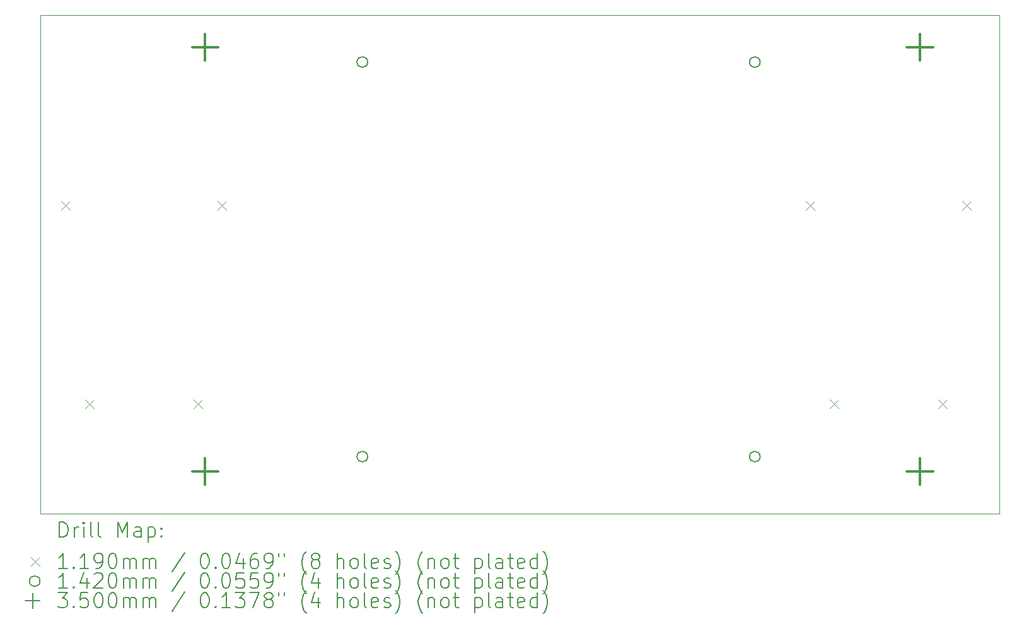
<source format=gbr>
%TF.GenerationSoftware,KiCad,Pcbnew,8.0.3-8.0.3-0~ubuntu24.04.1*%
%TF.CreationDate,2024-07-09T09:35:13+02:00*%
%TF.ProjectId,MainBoard,4d61696e-426f-4617-9264-2e6b69636164,rev?*%
%TF.SameCoordinates,Original*%
%TF.FileFunction,Drillmap*%
%TF.FilePolarity,Positive*%
%FSLAX45Y45*%
G04 Gerber Fmt 4.5, Leading zero omitted, Abs format (unit mm)*
G04 Created by KiCad (PCBNEW 8.0.3-8.0.3-0~ubuntu24.04.1) date 2024-07-09 09:35:13*
%MOMM*%
%LPD*%
G01*
G04 APERTURE LIST*
%ADD10C,0.050000*%
%ADD11C,0.200000*%
%ADD12C,0.119000*%
%ADD13C,0.142000*%
%ADD14C,0.350000*%
G04 APERTURE END LIST*
D10*
X2700000Y-4287500D02*
X15579000Y-4287500D01*
X15579000Y-10987500D01*
X2700000Y-10987500D01*
X2700000Y-4287500D01*
D11*
D12*
X2982000Y-6790500D02*
X3101000Y-6909500D01*
X3101000Y-6790500D02*
X2982000Y-6909500D01*
X3299500Y-9451500D02*
X3418500Y-9570500D01*
X3418500Y-9451500D02*
X3299500Y-9570500D01*
X4760500Y-9451500D02*
X4879500Y-9570500D01*
X4879500Y-9451500D02*
X4760500Y-9570500D01*
X5078000Y-6790500D02*
X5197000Y-6909500D01*
X5197000Y-6790500D02*
X5078000Y-6909500D01*
X12982000Y-6790500D02*
X13101000Y-6909500D01*
X13101000Y-6790500D02*
X12982000Y-6909500D01*
X13299500Y-9451500D02*
X13418500Y-9570500D01*
X13418500Y-9451500D02*
X13299500Y-9570500D01*
X14760500Y-9451500D02*
X14879500Y-9570500D01*
X14879500Y-9451500D02*
X14760500Y-9570500D01*
X15078000Y-6790500D02*
X15197000Y-6909500D01*
X15197000Y-6790500D02*
X15078000Y-6909500D01*
D13*
X7096500Y-4921000D02*
G75*
G02*
X6954500Y-4921000I-71000J0D01*
G01*
X6954500Y-4921000D02*
G75*
G02*
X7096500Y-4921000I71000J0D01*
G01*
X7096500Y-10221000D02*
G75*
G02*
X6954500Y-10221000I-71000J0D01*
G01*
X6954500Y-10221000D02*
G75*
G02*
X7096500Y-10221000I71000J0D01*
G01*
X12367500Y-4921000D02*
G75*
G02*
X12225500Y-4921000I-71000J0D01*
G01*
X12225500Y-4921000D02*
G75*
G02*
X12367500Y-4921000I71000J0D01*
G01*
X12367500Y-10221000D02*
G75*
G02*
X12225500Y-10221000I-71000J0D01*
G01*
X12225500Y-10221000D02*
G75*
G02*
X12367500Y-10221000I71000J0D01*
G01*
D14*
X4914000Y-4546000D02*
X4914000Y-4896000D01*
X4739000Y-4721000D02*
X5089000Y-4721000D01*
X4914000Y-10246000D02*
X4914000Y-10596000D01*
X4739000Y-10421000D02*
X5089000Y-10421000D01*
X14514000Y-4546000D02*
X14514000Y-4896000D01*
X14339000Y-4721000D02*
X14689000Y-4721000D01*
X14514000Y-10246000D02*
X14514000Y-10596000D01*
X14339000Y-10421000D02*
X14689000Y-10421000D01*
D11*
X2958277Y-11301484D02*
X2958277Y-11101484D01*
X2958277Y-11101484D02*
X3005896Y-11101484D01*
X3005896Y-11101484D02*
X3034467Y-11111008D01*
X3034467Y-11111008D02*
X3053515Y-11130055D01*
X3053515Y-11130055D02*
X3063039Y-11149103D01*
X3063039Y-11149103D02*
X3072562Y-11187198D01*
X3072562Y-11187198D02*
X3072562Y-11215769D01*
X3072562Y-11215769D02*
X3063039Y-11253865D01*
X3063039Y-11253865D02*
X3053515Y-11272912D01*
X3053515Y-11272912D02*
X3034467Y-11291960D01*
X3034467Y-11291960D02*
X3005896Y-11301484D01*
X3005896Y-11301484D02*
X2958277Y-11301484D01*
X3158277Y-11301484D02*
X3158277Y-11168150D01*
X3158277Y-11206246D02*
X3167801Y-11187198D01*
X3167801Y-11187198D02*
X3177324Y-11177674D01*
X3177324Y-11177674D02*
X3196372Y-11168150D01*
X3196372Y-11168150D02*
X3215420Y-11168150D01*
X3282086Y-11301484D02*
X3282086Y-11168150D01*
X3282086Y-11101484D02*
X3272562Y-11111008D01*
X3272562Y-11111008D02*
X3282086Y-11120531D01*
X3282086Y-11120531D02*
X3291610Y-11111008D01*
X3291610Y-11111008D02*
X3282086Y-11101484D01*
X3282086Y-11101484D02*
X3282086Y-11120531D01*
X3405896Y-11301484D02*
X3386848Y-11291960D01*
X3386848Y-11291960D02*
X3377324Y-11272912D01*
X3377324Y-11272912D02*
X3377324Y-11101484D01*
X3510658Y-11301484D02*
X3491610Y-11291960D01*
X3491610Y-11291960D02*
X3482086Y-11272912D01*
X3482086Y-11272912D02*
X3482086Y-11101484D01*
X3739229Y-11301484D02*
X3739229Y-11101484D01*
X3739229Y-11101484D02*
X3805896Y-11244341D01*
X3805896Y-11244341D02*
X3872562Y-11101484D01*
X3872562Y-11101484D02*
X3872562Y-11301484D01*
X4053515Y-11301484D02*
X4053515Y-11196722D01*
X4053515Y-11196722D02*
X4043991Y-11177674D01*
X4043991Y-11177674D02*
X4024943Y-11168150D01*
X4024943Y-11168150D02*
X3986848Y-11168150D01*
X3986848Y-11168150D02*
X3967801Y-11177674D01*
X4053515Y-11291960D02*
X4034467Y-11301484D01*
X4034467Y-11301484D02*
X3986848Y-11301484D01*
X3986848Y-11301484D02*
X3967801Y-11291960D01*
X3967801Y-11291960D02*
X3958277Y-11272912D01*
X3958277Y-11272912D02*
X3958277Y-11253865D01*
X3958277Y-11253865D02*
X3967801Y-11234817D01*
X3967801Y-11234817D02*
X3986848Y-11225293D01*
X3986848Y-11225293D02*
X4034467Y-11225293D01*
X4034467Y-11225293D02*
X4053515Y-11215769D01*
X4148753Y-11168150D02*
X4148753Y-11368150D01*
X4148753Y-11177674D02*
X4167801Y-11168150D01*
X4167801Y-11168150D02*
X4205896Y-11168150D01*
X4205896Y-11168150D02*
X4224944Y-11177674D01*
X4224944Y-11177674D02*
X4234467Y-11187198D01*
X4234467Y-11187198D02*
X4243991Y-11206246D01*
X4243991Y-11206246D02*
X4243991Y-11263388D01*
X4243991Y-11263388D02*
X4234467Y-11282436D01*
X4234467Y-11282436D02*
X4224944Y-11291960D01*
X4224944Y-11291960D02*
X4205896Y-11301484D01*
X4205896Y-11301484D02*
X4167801Y-11301484D01*
X4167801Y-11301484D02*
X4148753Y-11291960D01*
X4329705Y-11282436D02*
X4339229Y-11291960D01*
X4339229Y-11291960D02*
X4329705Y-11301484D01*
X4329705Y-11301484D02*
X4320182Y-11291960D01*
X4320182Y-11291960D02*
X4329705Y-11282436D01*
X4329705Y-11282436D02*
X4329705Y-11301484D01*
X4329705Y-11177674D02*
X4339229Y-11187198D01*
X4339229Y-11187198D02*
X4329705Y-11196722D01*
X4329705Y-11196722D02*
X4320182Y-11187198D01*
X4320182Y-11187198D02*
X4329705Y-11177674D01*
X4329705Y-11177674D02*
X4329705Y-11196722D01*
D12*
X2578500Y-11570500D02*
X2697500Y-11689500D01*
X2697500Y-11570500D02*
X2578500Y-11689500D01*
D11*
X3063039Y-11721484D02*
X2948753Y-11721484D01*
X3005896Y-11721484D02*
X3005896Y-11521484D01*
X3005896Y-11521484D02*
X2986848Y-11550055D01*
X2986848Y-11550055D02*
X2967801Y-11569103D01*
X2967801Y-11569103D02*
X2948753Y-11578627D01*
X3148753Y-11702436D02*
X3158277Y-11711960D01*
X3158277Y-11711960D02*
X3148753Y-11721484D01*
X3148753Y-11721484D02*
X3139229Y-11711960D01*
X3139229Y-11711960D02*
X3148753Y-11702436D01*
X3148753Y-11702436D02*
X3148753Y-11721484D01*
X3348753Y-11721484D02*
X3234467Y-11721484D01*
X3291610Y-11721484D02*
X3291610Y-11521484D01*
X3291610Y-11521484D02*
X3272562Y-11550055D01*
X3272562Y-11550055D02*
X3253515Y-11569103D01*
X3253515Y-11569103D02*
X3234467Y-11578627D01*
X3443991Y-11721484D02*
X3482086Y-11721484D01*
X3482086Y-11721484D02*
X3501134Y-11711960D01*
X3501134Y-11711960D02*
X3510658Y-11702436D01*
X3510658Y-11702436D02*
X3529705Y-11673865D01*
X3529705Y-11673865D02*
X3539229Y-11635769D01*
X3539229Y-11635769D02*
X3539229Y-11559579D01*
X3539229Y-11559579D02*
X3529705Y-11540531D01*
X3529705Y-11540531D02*
X3520182Y-11531008D01*
X3520182Y-11531008D02*
X3501134Y-11521484D01*
X3501134Y-11521484D02*
X3463039Y-11521484D01*
X3463039Y-11521484D02*
X3443991Y-11531008D01*
X3443991Y-11531008D02*
X3434467Y-11540531D01*
X3434467Y-11540531D02*
X3424943Y-11559579D01*
X3424943Y-11559579D02*
X3424943Y-11607198D01*
X3424943Y-11607198D02*
X3434467Y-11626246D01*
X3434467Y-11626246D02*
X3443991Y-11635769D01*
X3443991Y-11635769D02*
X3463039Y-11645293D01*
X3463039Y-11645293D02*
X3501134Y-11645293D01*
X3501134Y-11645293D02*
X3520182Y-11635769D01*
X3520182Y-11635769D02*
X3529705Y-11626246D01*
X3529705Y-11626246D02*
X3539229Y-11607198D01*
X3663039Y-11521484D02*
X3682086Y-11521484D01*
X3682086Y-11521484D02*
X3701134Y-11531008D01*
X3701134Y-11531008D02*
X3710658Y-11540531D01*
X3710658Y-11540531D02*
X3720182Y-11559579D01*
X3720182Y-11559579D02*
X3729705Y-11597674D01*
X3729705Y-11597674D02*
X3729705Y-11645293D01*
X3729705Y-11645293D02*
X3720182Y-11683388D01*
X3720182Y-11683388D02*
X3710658Y-11702436D01*
X3710658Y-11702436D02*
X3701134Y-11711960D01*
X3701134Y-11711960D02*
X3682086Y-11721484D01*
X3682086Y-11721484D02*
X3663039Y-11721484D01*
X3663039Y-11721484D02*
X3643991Y-11711960D01*
X3643991Y-11711960D02*
X3634467Y-11702436D01*
X3634467Y-11702436D02*
X3624943Y-11683388D01*
X3624943Y-11683388D02*
X3615420Y-11645293D01*
X3615420Y-11645293D02*
X3615420Y-11597674D01*
X3615420Y-11597674D02*
X3624943Y-11559579D01*
X3624943Y-11559579D02*
X3634467Y-11540531D01*
X3634467Y-11540531D02*
X3643991Y-11531008D01*
X3643991Y-11531008D02*
X3663039Y-11521484D01*
X3815420Y-11721484D02*
X3815420Y-11588150D01*
X3815420Y-11607198D02*
X3824943Y-11597674D01*
X3824943Y-11597674D02*
X3843991Y-11588150D01*
X3843991Y-11588150D02*
X3872563Y-11588150D01*
X3872563Y-11588150D02*
X3891610Y-11597674D01*
X3891610Y-11597674D02*
X3901134Y-11616722D01*
X3901134Y-11616722D02*
X3901134Y-11721484D01*
X3901134Y-11616722D02*
X3910658Y-11597674D01*
X3910658Y-11597674D02*
X3929705Y-11588150D01*
X3929705Y-11588150D02*
X3958277Y-11588150D01*
X3958277Y-11588150D02*
X3977324Y-11597674D01*
X3977324Y-11597674D02*
X3986848Y-11616722D01*
X3986848Y-11616722D02*
X3986848Y-11721484D01*
X4082086Y-11721484D02*
X4082086Y-11588150D01*
X4082086Y-11607198D02*
X4091610Y-11597674D01*
X4091610Y-11597674D02*
X4110658Y-11588150D01*
X4110658Y-11588150D02*
X4139229Y-11588150D01*
X4139229Y-11588150D02*
X4158277Y-11597674D01*
X4158277Y-11597674D02*
X4167801Y-11616722D01*
X4167801Y-11616722D02*
X4167801Y-11721484D01*
X4167801Y-11616722D02*
X4177324Y-11597674D01*
X4177324Y-11597674D02*
X4196372Y-11588150D01*
X4196372Y-11588150D02*
X4224944Y-11588150D01*
X4224944Y-11588150D02*
X4243991Y-11597674D01*
X4243991Y-11597674D02*
X4253515Y-11616722D01*
X4253515Y-11616722D02*
X4253515Y-11721484D01*
X4643991Y-11511960D02*
X4472563Y-11769103D01*
X4901134Y-11521484D02*
X4920182Y-11521484D01*
X4920182Y-11521484D02*
X4939229Y-11531008D01*
X4939229Y-11531008D02*
X4948753Y-11540531D01*
X4948753Y-11540531D02*
X4958277Y-11559579D01*
X4958277Y-11559579D02*
X4967801Y-11597674D01*
X4967801Y-11597674D02*
X4967801Y-11645293D01*
X4967801Y-11645293D02*
X4958277Y-11683388D01*
X4958277Y-11683388D02*
X4948753Y-11702436D01*
X4948753Y-11702436D02*
X4939229Y-11711960D01*
X4939229Y-11711960D02*
X4920182Y-11721484D01*
X4920182Y-11721484D02*
X4901134Y-11721484D01*
X4901134Y-11721484D02*
X4882087Y-11711960D01*
X4882087Y-11711960D02*
X4872563Y-11702436D01*
X4872563Y-11702436D02*
X4863039Y-11683388D01*
X4863039Y-11683388D02*
X4853515Y-11645293D01*
X4853515Y-11645293D02*
X4853515Y-11597674D01*
X4853515Y-11597674D02*
X4863039Y-11559579D01*
X4863039Y-11559579D02*
X4872563Y-11540531D01*
X4872563Y-11540531D02*
X4882087Y-11531008D01*
X4882087Y-11531008D02*
X4901134Y-11521484D01*
X5053515Y-11702436D02*
X5063039Y-11711960D01*
X5063039Y-11711960D02*
X5053515Y-11721484D01*
X5053515Y-11721484D02*
X5043991Y-11711960D01*
X5043991Y-11711960D02*
X5053515Y-11702436D01*
X5053515Y-11702436D02*
X5053515Y-11721484D01*
X5186848Y-11521484D02*
X5205896Y-11521484D01*
X5205896Y-11521484D02*
X5224944Y-11531008D01*
X5224944Y-11531008D02*
X5234468Y-11540531D01*
X5234468Y-11540531D02*
X5243991Y-11559579D01*
X5243991Y-11559579D02*
X5253515Y-11597674D01*
X5253515Y-11597674D02*
X5253515Y-11645293D01*
X5253515Y-11645293D02*
X5243991Y-11683388D01*
X5243991Y-11683388D02*
X5234468Y-11702436D01*
X5234468Y-11702436D02*
X5224944Y-11711960D01*
X5224944Y-11711960D02*
X5205896Y-11721484D01*
X5205896Y-11721484D02*
X5186848Y-11721484D01*
X5186848Y-11721484D02*
X5167801Y-11711960D01*
X5167801Y-11711960D02*
X5158277Y-11702436D01*
X5158277Y-11702436D02*
X5148753Y-11683388D01*
X5148753Y-11683388D02*
X5139229Y-11645293D01*
X5139229Y-11645293D02*
X5139229Y-11597674D01*
X5139229Y-11597674D02*
X5148753Y-11559579D01*
X5148753Y-11559579D02*
X5158277Y-11540531D01*
X5158277Y-11540531D02*
X5167801Y-11531008D01*
X5167801Y-11531008D02*
X5186848Y-11521484D01*
X5424944Y-11588150D02*
X5424944Y-11721484D01*
X5377325Y-11511960D02*
X5329706Y-11654817D01*
X5329706Y-11654817D02*
X5453515Y-11654817D01*
X5615420Y-11521484D02*
X5577325Y-11521484D01*
X5577325Y-11521484D02*
X5558277Y-11531008D01*
X5558277Y-11531008D02*
X5548753Y-11540531D01*
X5548753Y-11540531D02*
X5529706Y-11569103D01*
X5529706Y-11569103D02*
X5520182Y-11607198D01*
X5520182Y-11607198D02*
X5520182Y-11683388D01*
X5520182Y-11683388D02*
X5529706Y-11702436D01*
X5529706Y-11702436D02*
X5539229Y-11711960D01*
X5539229Y-11711960D02*
X5558277Y-11721484D01*
X5558277Y-11721484D02*
X5596372Y-11721484D01*
X5596372Y-11721484D02*
X5615420Y-11711960D01*
X5615420Y-11711960D02*
X5624944Y-11702436D01*
X5624944Y-11702436D02*
X5634467Y-11683388D01*
X5634467Y-11683388D02*
X5634467Y-11635769D01*
X5634467Y-11635769D02*
X5624944Y-11616722D01*
X5624944Y-11616722D02*
X5615420Y-11607198D01*
X5615420Y-11607198D02*
X5596372Y-11597674D01*
X5596372Y-11597674D02*
X5558277Y-11597674D01*
X5558277Y-11597674D02*
X5539229Y-11607198D01*
X5539229Y-11607198D02*
X5529706Y-11616722D01*
X5529706Y-11616722D02*
X5520182Y-11635769D01*
X5729706Y-11721484D02*
X5767801Y-11721484D01*
X5767801Y-11721484D02*
X5786848Y-11711960D01*
X5786848Y-11711960D02*
X5796372Y-11702436D01*
X5796372Y-11702436D02*
X5815420Y-11673865D01*
X5815420Y-11673865D02*
X5824944Y-11635769D01*
X5824944Y-11635769D02*
X5824944Y-11559579D01*
X5824944Y-11559579D02*
X5815420Y-11540531D01*
X5815420Y-11540531D02*
X5805896Y-11531008D01*
X5805896Y-11531008D02*
X5786848Y-11521484D01*
X5786848Y-11521484D02*
X5748753Y-11521484D01*
X5748753Y-11521484D02*
X5729706Y-11531008D01*
X5729706Y-11531008D02*
X5720182Y-11540531D01*
X5720182Y-11540531D02*
X5710658Y-11559579D01*
X5710658Y-11559579D02*
X5710658Y-11607198D01*
X5710658Y-11607198D02*
X5720182Y-11626246D01*
X5720182Y-11626246D02*
X5729706Y-11635769D01*
X5729706Y-11635769D02*
X5748753Y-11645293D01*
X5748753Y-11645293D02*
X5786848Y-11645293D01*
X5786848Y-11645293D02*
X5805896Y-11635769D01*
X5805896Y-11635769D02*
X5815420Y-11626246D01*
X5815420Y-11626246D02*
X5824944Y-11607198D01*
X5901134Y-11521484D02*
X5901134Y-11559579D01*
X5977325Y-11521484D02*
X5977325Y-11559579D01*
X6272563Y-11797674D02*
X6263039Y-11788150D01*
X6263039Y-11788150D02*
X6243991Y-11759579D01*
X6243991Y-11759579D02*
X6234468Y-11740531D01*
X6234468Y-11740531D02*
X6224944Y-11711960D01*
X6224944Y-11711960D02*
X6215420Y-11664341D01*
X6215420Y-11664341D02*
X6215420Y-11626246D01*
X6215420Y-11626246D02*
X6224944Y-11578627D01*
X6224944Y-11578627D02*
X6234468Y-11550055D01*
X6234468Y-11550055D02*
X6243991Y-11531008D01*
X6243991Y-11531008D02*
X6263039Y-11502436D01*
X6263039Y-11502436D02*
X6272563Y-11492912D01*
X6377325Y-11607198D02*
X6358277Y-11597674D01*
X6358277Y-11597674D02*
X6348753Y-11588150D01*
X6348753Y-11588150D02*
X6339229Y-11569103D01*
X6339229Y-11569103D02*
X6339229Y-11559579D01*
X6339229Y-11559579D02*
X6348753Y-11540531D01*
X6348753Y-11540531D02*
X6358277Y-11531008D01*
X6358277Y-11531008D02*
X6377325Y-11521484D01*
X6377325Y-11521484D02*
X6415420Y-11521484D01*
X6415420Y-11521484D02*
X6434468Y-11531008D01*
X6434468Y-11531008D02*
X6443991Y-11540531D01*
X6443991Y-11540531D02*
X6453515Y-11559579D01*
X6453515Y-11559579D02*
X6453515Y-11569103D01*
X6453515Y-11569103D02*
X6443991Y-11588150D01*
X6443991Y-11588150D02*
X6434468Y-11597674D01*
X6434468Y-11597674D02*
X6415420Y-11607198D01*
X6415420Y-11607198D02*
X6377325Y-11607198D01*
X6377325Y-11607198D02*
X6358277Y-11616722D01*
X6358277Y-11616722D02*
X6348753Y-11626246D01*
X6348753Y-11626246D02*
X6339229Y-11645293D01*
X6339229Y-11645293D02*
X6339229Y-11683388D01*
X6339229Y-11683388D02*
X6348753Y-11702436D01*
X6348753Y-11702436D02*
X6358277Y-11711960D01*
X6358277Y-11711960D02*
X6377325Y-11721484D01*
X6377325Y-11721484D02*
X6415420Y-11721484D01*
X6415420Y-11721484D02*
X6434468Y-11711960D01*
X6434468Y-11711960D02*
X6443991Y-11702436D01*
X6443991Y-11702436D02*
X6453515Y-11683388D01*
X6453515Y-11683388D02*
X6453515Y-11645293D01*
X6453515Y-11645293D02*
X6443991Y-11626246D01*
X6443991Y-11626246D02*
X6434468Y-11616722D01*
X6434468Y-11616722D02*
X6415420Y-11607198D01*
X6691610Y-11721484D02*
X6691610Y-11521484D01*
X6777325Y-11721484D02*
X6777325Y-11616722D01*
X6777325Y-11616722D02*
X6767801Y-11597674D01*
X6767801Y-11597674D02*
X6748753Y-11588150D01*
X6748753Y-11588150D02*
X6720182Y-11588150D01*
X6720182Y-11588150D02*
X6701134Y-11597674D01*
X6701134Y-11597674D02*
X6691610Y-11607198D01*
X6901134Y-11721484D02*
X6882087Y-11711960D01*
X6882087Y-11711960D02*
X6872563Y-11702436D01*
X6872563Y-11702436D02*
X6863039Y-11683388D01*
X6863039Y-11683388D02*
X6863039Y-11626246D01*
X6863039Y-11626246D02*
X6872563Y-11607198D01*
X6872563Y-11607198D02*
X6882087Y-11597674D01*
X6882087Y-11597674D02*
X6901134Y-11588150D01*
X6901134Y-11588150D02*
X6929706Y-11588150D01*
X6929706Y-11588150D02*
X6948753Y-11597674D01*
X6948753Y-11597674D02*
X6958277Y-11607198D01*
X6958277Y-11607198D02*
X6967801Y-11626246D01*
X6967801Y-11626246D02*
X6967801Y-11683388D01*
X6967801Y-11683388D02*
X6958277Y-11702436D01*
X6958277Y-11702436D02*
X6948753Y-11711960D01*
X6948753Y-11711960D02*
X6929706Y-11721484D01*
X6929706Y-11721484D02*
X6901134Y-11721484D01*
X7082087Y-11721484D02*
X7063039Y-11711960D01*
X7063039Y-11711960D02*
X7053515Y-11692912D01*
X7053515Y-11692912D02*
X7053515Y-11521484D01*
X7234468Y-11711960D02*
X7215420Y-11721484D01*
X7215420Y-11721484D02*
X7177325Y-11721484D01*
X7177325Y-11721484D02*
X7158277Y-11711960D01*
X7158277Y-11711960D02*
X7148753Y-11692912D01*
X7148753Y-11692912D02*
X7148753Y-11616722D01*
X7148753Y-11616722D02*
X7158277Y-11597674D01*
X7158277Y-11597674D02*
X7177325Y-11588150D01*
X7177325Y-11588150D02*
X7215420Y-11588150D01*
X7215420Y-11588150D02*
X7234468Y-11597674D01*
X7234468Y-11597674D02*
X7243991Y-11616722D01*
X7243991Y-11616722D02*
X7243991Y-11635769D01*
X7243991Y-11635769D02*
X7148753Y-11654817D01*
X7320182Y-11711960D02*
X7339230Y-11721484D01*
X7339230Y-11721484D02*
X7377325Y-11721484D01*
X7377325Y-11721484D02*
X7396372Y-11711960D01*
X7396372Y-11711960D02*
X7405896Y-11692912D01*
X7405896Y-11692912D02*
X7405896Y-11683388D01*
X7405896Y-11683388D02*
X7396372Y-11664341D01*
X7396372Y-11664341D02*
X7377325Y-11654817D01*
X7377325Y-11654817D02*
X7348753Y-11654817D01*
X7348753Y-11654817D02*
X7329706Y-11645293D01*
X7329706Y-11645293D02*
X7320182Y-11626246D01*
X7320182Y-11626246D02*
X7320182Y-11616722D01*
X7320182Y-11616722D02*
X7329706Y-11597674D01*
X7329706Y-11597674D02*
X7348753Y-11588150D01*
X7348753Y-11588150D02*
X7377325Y-11588150D01*
X7377325Y-11588150D02*
X7396372Y-11597674D01*
X7472563Y-11797674D02*
X7482087Y-11788150D01*
X7482087Y-11788150D02*
X7501134Y-11759579D01*
X7501134Y-11759579D02*
X7510658Y-11740531D01*
X7510658Y-11740531D02*
X7520182Y-11711960D01*
X7520182Y-11711960D02*
X7529706Y-11664341D01*
X7529706Y-11664341D02*
X7529706Y-11626246D01*
X7529706Y-11626246D02*
X7520182Y-11578627D01*
X7520182Y-11578627D02*
X7510658Y-11550055D01*
X7510658Y-11550055D02*
X7501134Y-11531008D01*
X7501134Y-11531008D02*
X7482087Y-11502436D01*
X7482087Y-11502436D02*
X7472563Y-11492912D01*
X7834468Y-11797674D02*
X7824944Y-11788150D01*
X7824944Y-11788150D02*
X7805896Y-11759579D01*
X7805896Y-11759579D02*
X7796372Y-11740531D01*
X7796372Y-11740531D02*
X7786849Y-11711960D01*
X7786849Y-11711960D02*
X7777325Y-11664341D01*
X7777325Y-11664341D02*
X7777325Y-11626246D01*
X7777325Y-11626246D02*
X7786849Y-11578627D01*
X7786849Y-11578627D02*
X7796372Y-11550055D01*
X7796372Y-11550055D02*
X7805896Y-11531008D01*
X7805896Y-11531008D02*
X7824944Y-11502436D01*
X7824944Y-11502436D02*
X7834468Y-11492912D01*
X7910658Y-11588150D02*
X7910658Y-11721484D01*
X7910658Y-11607198D02*
X7920182Y-11597674D01*
X7920182Y-11597674D02*
X7939230Y-11588150D01*
X7939230Y-11588150D02*
X7967801Y-11588150D01*
X7967801Y-11588150D02*
X7986849Y-11597674D01*
X7986849Y-11597674D02*
X7996372Y-11616722D01*
X7996372Y-11616722D02*
X7996372Y-11721484D01*
X8120182Y-11721484D02*
X8101134Y-11711960D01*
X8101134Y-11711960D02*
X8091611Y-11702436D01*
X8091611Y-11702436D02*
X8082087Y-11683388D01*
X8082087Y-11683388D02*
X8082087Y-11626246D01*
X8082087Y-11626246D02*
X8091611Y-11607198D01*
X8091611Y-11607198D02*
X8101134Y-11597674D01*
X8101134Y-11597674D02*
X8120182Y-11588150D01*
X8120182Y-11588150D02*
X8148753Y-11588150D01*
X8148753Y-11588150D02*
X8167801Y-11597674D01*
X8167801Y-11597674D02*
X8177325Y-11607198D01*
X8177325Y-11607198D02*
X8186849Y-11626246D01*
X8186849Y-11626246D02*
X8186849Y-11683388D01*
X8186849Y-11683388D02*
X8177325Y-11702436D01*
X8177325Y-11702436D02*
X8167801Y-11711960D01*
X8167801Y-11711960D02*
X8148753Y-11721484D01*
X8148753Y-11721484D02*
X8120182Y-11721484D01*
X8243992Y-11588150D02*
X8320182Y-11588150D01*
X8272563Y-11521484D02*
X8272563Y-11692912D01*
X8272563Y-11692912D02*
X8282087Y-11711960D01*
X8282087Y-11711960D02*
X8301134Y-11721484D01*
X8301134Y-11721484D02*
X8320182Y-11721484D01*
X8539230Y-11588150D02*
X8539230Y-11788150D01*
X8539230Y-11597674D02*
X8558277Y-11588150D01*
X8558277Y-11588150D02*
X8596373Y-11588150D01*
X8596373Y-11588150D02*
X8615420Y-11597674D01*
X8615420Y-11597674D02*
X8624944Y-11607198D01*
X8624944Y-11607198D02*
X8634468Y-11626246D01*
X8634468Y-11626246D02*
X8634468Y-11683388D01*
X8634468Y-11683388D02*
X8624944Y-11702436D01*
X8624944Y-11702436D02*
X8615420Y-11711960D01*
X8615420Y-11711960D02*
X8596373Y-11721484D01*
X8596373Y-11721484D02*
X8558277Y-11721484D01*
X8558277Y-11721484D02*
X8539230Y-11711960D01*
X8748754Y-11721484D02*
X8729706Y-11711960D01*
X8729706Y-11711960D02*
X8720182Y-11692912D01*
X8720182Y-11692912D02*
X8720182Y-11521484D01*
X8910658Y-11721484D02*
X8910658Y-11616722D01*
X8910658Y-11616722D02*
X8901135Y-11597674D01*
X8901135Y-11597674D02*
X8882087Y-11588150D01*
X8882087Y-11588150D02*
X8843992Y-11588150D01*
X8843992Y-11588150D02*
X8824944Y-11597674D01*
X8910658Y-11711960D02*
X8891611Y-11721484D01*
X8891611Y-11721484D02*
X8843992Y-11721484D01*
X8843992Y-11721484D02*
X8824944Y-11711960D01*
X8824944Y-11711960D02*
X8815420Y-11692912D01*
X8815420Y-11692912D02*
X8815420Y-11673865D01*
X8815420Y-11673865D02*
X8824944Y-11654817D01*
X8824944Y-11654817D02*
X8843992Y-11645293D01*
X8843992Y-11645293D02*
X8891611Y-11645293D01*
X8891611Y-11645293D02*
X8910658Y-11635769D01*
X8977325Y-11588150D02*
X9053515Y-11588150D01*
X9005896Y-11521484D02*
X9005896Y-11692912D01*
X9005896Y-11692912D02*
X9015420Y-11711960D01*
X9015420Y-11711960D02*
X9034468Y-11721484D01*
X9034468Y-11721484D02*
X9053515Y-11721484D01*
X9196373Y-11711960D02*
X9177325Y-11721484D01*
X9177325Y-11721484D02*
X9139230Y-11721484D01*
X9139230Y-11721484D02*
X9120182Y-11711960D01*
X9120182Y-11711960D02*
X9110658Y-11692912D01*
X9110658Y-11692912D02*
X9110658Y-11616722D01*
X9110658Y-11616722D02*
X9120182Y-11597674D01*
X9120182Y-11597674D02*
X9139230Y-11588150D01*
X9139230Y-11588150D02*
X9177325Y-11588150D01*
X9177325Y-11588150D02*
X9196373Y-11597674D01*
X9196373Y-11597674D02*
X9205896Y-11616722D01*
X9205896Y-11616722D02*
X9205896Y-11635769D01*
X9205896Y-11635769D02*
X9110658Y-11654817D01*
X9377325Y-11721484D02*
X9377325Y-11521484D01*
X9377325Y-11711960D02*
X9358277Y-11721484D01*
X9358277Y-11721484D02*
X9320182Y-11721484D01*
X9320182Y-11721484D02*
X9301135Y-11711960D01*
X9301135Y-11711960D02*
X9291611Y-11702436D01*
X9291611Y-11702436D02*
X9282087Y-11683388D01*
X9282087Y-11683388D02*
X9282087Y-11626246D01*
X9282087Y-11626246D02*
X9291611Y-11607198D01*
X9291611Y-11607198D02*
X9301135Y-11597674D01*
X9301135Y-11597674D02*
X9320182Y-11588150D01*
X9320182Y-11588150D02*
X9358277Y-11588150D01*
X9358277Y-11588150D02*
X9377325Y-11597674D01*
X9453516Y-11797674D02*
X9463039Y-11788150D01*
X9463039Y-11788150D02*
X9482087Y-11759579D01*
X9482087Y-11759579D02*
X9491611Y-11740531D01*
X9491611Y-11740531D02*
X9501135Y-11711960D01*
X9501135Y-11711960D02*
X9510658Y-11664341D01*
X9510658Y-11664341D02*
X9510658Y-11626246D01*
X9510658Y-11626246D02*
X9501135Y-11578627D01*
X9501135Y-11578627D02*
X9491611Y-11550055D01*
X9491611Y-11550055D02*
X9482087Y-11531008D01*
X9482087Y-11531008D02*
X9463039Y-11502436D01*
X9463039Y-11502436D02*
X9453516Y-11492912D01*
D13*
X2697500Y-11894000D02*
G75*
G02*
X2555500Y-11894000I-71000J0D01*
G01*
X2555500Y-11894000D02*
G75*
G02*
X2697500Y-11894000I71000J0D01*
G01*
D11*
X3063039Y-11985484D02*
X2948753Y-11985484D01*
X3005896Y-11985484D02*
X3005896Y-11785484D01*
X3005896Y-11785484D02*
X2986848Y-11814055D01*
X2986848Y-11814055D02*
X2967801Y-11833103D01*
X2967801Y-11833103D02*
X2948753Y-11842627D01*
X3148753Y-11966436D02*
X3158277Y-11975960D01*
X3158277Y-11975960D02*
X3148753Y-11985484D01*
X3148753Y-11985484D02*
X3139229Y-11975960D01*
X3139229Y-11975960D02*
X3148753Y-11966436D01*
X3148753Y-11966436D02*
X3148753Y-11985484D01*
X3329705Y-11852150D02*
X3329705Y-11985484D01*
X3282086Y-11775960D02*
X3234467Y-11918817D01*
X3234467Y-11918817D02*
X3358277Y-11918817D01*
X3424943Y-11804531D02*
X3434467Y-11795008D01*
X3434467Y-11795008D02*
X3453515Y-11785484D01*
X3453515Y-11785484D02*
X3501134Y-11785484D01*
X3501134Y-11785484D02*
X3520182Y-11795008D01*
X3520182Y-11795008D02*
X3529705Y-11804531D01*
X3529705Y-11804531D02*
X3539229Y-11823579D01*
X3539229Y-11823579D02*
X3539229Y-11842627D01*
X3539229Y-11842627D02*
X3529705Y-11871198D01*
X3529705Y-11871198D02*
X3415420Y-11985484D01*
X3415420Y-11985484D02*
X3539229Y-11985484D01*
X3663039Y-11785484D02*
X3682086Y-11785484D01*
X3682086Y-11785484D02*
X3701134Y-11795008D01*
X3701134Y-11795008D02*
X3710658Y-11804531D01*
X3710658Y-11804531D02*
X3720182Y-11823579D01*
X3720182Y-11823579D02*
X3729705Y-11861674D01*
X3729705Y-11861674D02*
X3729705Y-11909293D01*
X3729705Y-11909293D02*
X3720182Y-11947388D01*
X3720182Y-11947388D02*
X3710658Y-11966436D01*
X3710658Y-11966436D02*
X3701134Y-11975960D01*
X3701134Y-11975960D02*
X3682086Y-11985484D01*
X3682086Y-11985484D02*
X3663039Y-11985484D01*
X3663039Y-11985484D02*
X3643991Y-11975960D01*
X3643991Y-11975960D02*
X3634467Y-11966436D01*
X3634467Y-11966436D02*
X3624943Y-11947388D01*
X3624943Y-11947388D02*
X3615420Y-11909293D01*
X3615420Y-11909293D02*
X3615420Y-11861674D01*
X3615420Y-11861674D02*
X3624943Y-11823579D01*
X3624943Y-11823579D02*
X3634467Y-11804531D01*
X3634467Y-11804531D02*
X3643991Y-11795008D01*
X3643991Y-11795008D02*
X3663039Y-11785484D01*
X3815420Y-11985484D02*
X3815420Y-11852150D01*
X3815420Y-11871198D02*
X3824943Y-11861674D01*
X3824943Y-11861674D02*
X3843991Y-11852150D01*
X3843991Y-11852150D02*
X3872563Y-11852150D01*
X3872563Y-11852150D02*
X3891610Y-11861674D01*
X3891610Y-11861674D02*
X3901134Y-11880722D01*
X3901134Y-11880722D02*
X3901134Y-11985484D01*
X3901134Y-11880722D02*
X3910658Y-11861674D01*
X3910658Y-11861674D02*
X3929705Y-11852150D01*
X3929705Y-11852150D02*
X3958277Y-11852150D01*
X3958277Y-11852150D02*
X3977324Y-11861674D01*
X3977324Y-11861674D02*
X3986848Y-11880722D01*
X3986848Y-11880722D02*
X3986848Y-11985484D01*
X4082086Y-11985484D02*
X4082086Y-11852150D01*
X4082086Y-11871198D02*
X4091610Y-11861674D01*
X4091610Y-11861674D02*
X4110658Y-11852150D01*
X4110658Y-11852150D02*
X4139229Y-11852150D01*
X4139229Y-11852150D02*
X4158277Y-11861674D01*
X4158277Y-11861674D02*
X4167801Y-11880722D01*
X4167801Y-11880722D02*
X4167801Y-11985484D01*
X4167801Y-11880722D02*
X4177324Y-11861674D01*
X4177324Y-11861674D02*
X4196372Y-11852150D01*
X4196372Y-11852150D02*
X4224944Y-11852150D01*
X4224944Y-11852150D02*
X4243991Y-11861674D01*
X4243991Y-11861674D02*
X4253515Y-11880722D01*
X4253515Y-11880722D02*
X4253515Y-11985484D01*
X4643991Y-11775960D02*
X4472563Y-12033103D01*
X4901134Y-11785484D02*
X4920182Y-11785484D01*
X4920182Y-11785484D02*
X4939229Y-11795008D01*
X4939229Y-11795008D02*
X4948753Y-11804531D01*
X4948753Y-11804531D02*
X4958277Y-11823579D01*
X4958277Y-11823579D02*
X4967801Y-11861674D01*
X4967801Y-11861674D02*
X4967801Y-11909293D01*
X4967801Y-11909293D02*
X4958277Y-11947388D01*
X4958277Y-11947388D02*
X4948753Y-11966436D01*
X4948753Y-11966436D02*
X4939229Y-11975960D01*
X4939229Y-11975960D02*
X4920182Y-11985484D01*
X4920182Y-11985484D02*
X4901134Y-11985484D01*
X4901134Y-11985484D02*
X4882087Y-11975960D01*
X4882087Y-11975960D02*
X4872563Y-11966436D01*
X4872563Y-11966436D02*
X4863039Y-11947388D01*
X4863039Y-11947388D02*
X4853515Y-11909293D01*
X4853515Y-11909293D02*
X4853515Y-11861674D01*
X4853515Y-11861674D02*
X4863039Y-11823579D01*
X4863039Y-11823579D02*
X4872563Y-11804531D01*
X4872563Y-11804531D02*
X4882087Y-11795008D01*
X4882087Y-11795008D02*
X4901134Y-11785484D01*
X5053515Y-11966436D02*
X5063039Y-11975960D01*
X5063039Y-11975960D02*
X5053515Y-11985484D01*
X5053515Y-11985484D02*
X5043991Y-11975960D01*
X5043991Y-11975960D02*
X5053515Y-11966436D01*
X5053515Y-11966436D02*
X5053515Y-11985484D01*
X5186848Y-11785484D02*
X5205896Y-11785484D01*
X5205896Y-11785484D02*
X5224944Y-11795008D01*
X5224944Y-11795008D02*
X5234468Y-11804531D01*
X5234468Y-11804531D02*
X5243991Y-11823579D01*
X5243991Y-11823579D02*
X5253515Y-11861674D01*
X5253515Y-11861674D02*
X5253515Y-11909293D01*
X5253515Y-11909293D02*
X5243991Y-11947388D01*
X5243991Y-11947388D02*
X5234468Y-11966436D01*
X5234468Y-11966436D02*
X5224944Y-11975960D01*
X5224944Y-11975960D02*
X5205896Y-11985484D01*
X5205896Y-11985484D02*
X5186848Y-11985484D01*
X5186848Y-11985484D02*
X5167801Y-11975960D01*
X5167801Y-11975960D02*
X5158277Y-11966436D01*
X5158277Y-11966436D02*
X5148753Y-11947388D01*
X5148753Y-11947388D02*
X5139229Y-11909293D01*
X5139229Y-11909293D02*
X5139229Y-11861674D01*
X5139229Y-11861674D02*
X5148753Y-11823579D01*
X5148753Y-11823579D02*
X5158277Y-11804531D01*
X5158277Y-11804531D02*
X5167801Y-11795008D01*
X5167801Y-11795008D02*
X5186848Y-11785484D01*
X5434468Y-11785484D02*
X5339229Y-11785484D01*
X5339229Y-11785484D02*
X5329706Y-11880722D01*
X5329706Y-11880722D02*
X5339229Y-11871198D01*
X5339229Y-11871198D02*
X5358277Y-11861674D01*
X5358277Y-11861674D02*
X5405896Y-11861674D01*
X5405896Y-11861674D02*
X5424944Y-11871198D01*
X5424944Y-11871198D02*
X5434468Y-11880722D01*
X5434468Y-11880722D02*
X5443991Y-11899769D01*
X5443991Y-11899769D02*
X5443991Y-11947388D01*
X5443991Y-11947388D02*
X5434468Y-11966436D01*
X5434468Y-11966436D02*
X5424944Y-11975960D01*
X5424944Y-11975960D02*
X5405896Y-11985484D01*
X5405896Y-11985484D02*
X5358277Y-11985484D01*
X5358277Y-11985484D02*
X5339229Y-11975960D01*
X5339229Y-11975960D02*
X5329706Y-11966436D01*
X5624944Y-11785484D02*
X5529706Y-11785484D01*
X5529706Y-11785484D02*
X5520182Y-11880722D01*
X5520182Y-11880722D02*
X5529706Y-11871198D01*
X5529706Y-11871198D02*
X5548753Y-11861674D01*
X5548753Y-11861674D02*
X5596372Y-11861674D01*
X5596372Y-11861674D02*
X5615420Y-11871198D01*
X5615420Y-11871198D02*
X5624944Y-11880722D01*
X5624944Y-11880722D02*
X5634467Y-11899769D01*
X5634467Y-11899769D02*
X5634467Y-11947388D01*
X5634467Y-11947388D02*
X5624944Y-11966436D01*
X5624944Y-11966436D02*
X5615420Y-11975960D01*
X5615420Y-11975960D02*
X5596372Y-11985484D01*
X5596372Y-11985484D02*
X5548753Y-11985484D01*
X5548753Y-11985484D02*
X5529706Y-11975960D01*
X5529706Y-11975960D02*
X5520182Y-11966436D01*
X5729706Y-11985484D02*
X5767801Y-11985484D01*
X5767801Y-11985484D02*
X5786848Y-11975960D01*
X5786848Y-11975960D02*
X5796372Y-11966436D01*
X5796372Y-11966436D02*
X5815420Y-11937865D01*
X5815420Y-11937865D02*
X5824944Y-11899769D01*
X5824944Y-11899769D02*
X5824944Y-11823579D01*
X5824944Y-11823579D02*
X5815420Y-11804531D01*
X5815420Y-11804531D02*
X5805896Y-11795008D01*
X5805896Y-11795008D02*
X5786848Y-11785484D01*
X5786848Y-11785484D02*
X5748753Y-11785484D01*
X5748753Y-11785484D02*
X5729706Y-11795008D01*
X5729706Y-11795008D02*
X5720182Y-11804531D01*
X5720182Y-11804531D02*
X5710658Y-11823579D01*
X5710658Y-11823579D02*
X5710658Y-11871198D01*
X5710658Y-11871198D02*
X5720182Y-11890246D01*
X5720182Y-11890246D02*
X5729706Y-11899769D01*
X5729706Y-11899769D02*
X5748753Y-11909293D01*
X5748753Y-11909293D02*
X5786848Y-11909293D01*
X5786848Y-11909293D02*
X5805896Y-11899769D01*
X5805896Y-11899769D02*
X5815420Y-11890246D01*
X5815420Y-11890246D02*
X5824944Y-11871198D01*
X5901134Y-11785484D02*
X5901134Y-11823579D01*
X5977325Y-11785484D02*
X5977325Y-11823579D01*
X6272563Y-12061674D02*
X6263039Y-12052150D01*
X6263039Y-12052150D02*
X6243991Y-12023579D01*
X6243991Y-12023579D02*
X6234468Y-12004531D01*
X6234468Y-12004531D02*
X6224944Y-11975960D01*
X6224944Y-11975960D02*
X6215420Y-11928341D01*
X6215420Y-11928341D02*
X6215420Y-11890246D01*
X6215420Y-11890246D02*
X6224944Y-11842627D01*
X6224944Y-11842627D02*
X6234468Y-11814055D01*
X6234468Y-11814055D02*
X6243991Y-11795008D01*
X6243991Y-11795008D02*
X6263039Y-11766436D01*
X6263039Y-11766436D02*
X6272563Y-11756912D01*
X6434468Y-11852150D02*
X6434468Y-11985484D01*
X6386848Y-11775960D02*
X6339229Y-11918817D01*
X6339229Y-11918817D02*
X6463039Y-11918817D01*
X6691610Y-11985484D02*
X6691610Y-11785484D01*
X6777325Y-11985484D02*
X6777325Y-11880722D01*
X6777325Y-11880722D02*
X6767801Y-11861674D01*
X6767801Y-11861674D02*
X6748753Y-11852150D01*
X6748753Y-11852150D02*
X6720182Y-11852150D01*
X6720182Y-11852150D02*
X6701134Y-11861674D01*
X6701134Y-11861674D02*
X6691610Y-11871198D01*
X6901134Y-11985484D02*
X6882087Y-11975960D01*
X6882087Y-11975960D02*
X6872563Y-11966436D01*
X6872563Y-11966436D02*
X6863039Y-11947388D01*
X6863039Y-11947388D02*
X6863039Y-11890246D01*
X6863039Y-11890246D02*
X6872563Y-11871198D01*
X6872563Y-11871198D02*
X6882087Y-11861674D01*
X6882087Y-11861674D02*
X6901134Y-11852150D01*
X6901134Y-11852150D02*
X6929706Y-11852150D01*
X6929706Y-11852150D02*
X6948753Y-11861674D01*
X6948753Y-11861674D02*
X6958277Y-11871198D01*
X6958277Y-11871198D02*
X6967801Y-11890246D01*
X6967801Y-11890246D02*
X6967801Y-11947388D01*
X6967801Y-11947388D02*
X6958277Y-11966436D01*
X6958277Y-11966436D02*
X6948753Y-11975960D01*
X6948753Y-11975960D02*
X6929706Y-11985484D01*
X6929706Y-11985484D02*
X6901134Y-11985484D01*
X7082087Y-11985484D02*
X7063039Y-11975960D01*
X7063039Y-11975960D02*
X7053515Y-11956912D01*
X7053515Y-11956912D02*
X7053515Y-11785484D01*
X7234468Y-11975960D02*
X7215420Y-11985484D01*
X7215420Y-11985484D02*
X7177325Y-11985484D01*
X7177325Y-11985484D02*
X7158277Y-11975960D01*
X7158277Y-11975960D02*
X7148753Y-11956912D01*
X7148753Y-11956912D02*
X7148753Y-11880722D01*
X7148753Y-11880722D02*
X7158277Y-11861674D01*
X7158277Y-11861674D02*
X7177325Y-11852150D01*
X7177325Y-11852150D02*
X7215420Y-11852150D01*
X7215420Y-11852150D02*
X7234468Y-11861674D01*
X7234468Y-11861674D02*
X7243991Y-11880722D01*
X7243991Y-11880722D02*
X7243991Y-11899769D01*
X7243991Y-11899769D02*
X7148753Y-11918817D01*
X7320182Y-11975960D02*
X7339230Y-11985484D01*
X7339230Y-11985484D02*
X7377325Y-11985484D01*
X7377325Y-11985484D02*
X7396372Y-11975960D01*
X7396372Y-11975960D02*
X7405896Y-11956912D01*
X7405896Y-11956912D02*
X7405896Y-11947388D01*
X7405896Y-11947388D02*
X7396372Y-11928341D01*
X7396372Y-11928341D02*
X7377325Y-11918817D01*
X7377325Y-11918817D02*
X7348753Y-11918817D01*
X7348753Y-11918817D02*
X7329706Y-11909293D01*
X7329706Y-11909293D02*
X7320182Y-11890246D01*
X7320182Y-11890246D02*
X7320182Y-11880722D01*
X7320182Y-11880722D02*
X7329706Y-11861674D01*
X7329706Y-11861674D02*
X7348753Y-11852150D01*
X7348753Y-11852150D02*
X7377325Y-11852150D01*
X7377325Y-11852150D02*
X7396372Y-11861674D01*
X7472563Y-12061674D02*
X7482087Y-12052150D01*
X7482087Y-12052150D02*
X7501134Y-12023579D01*
X7501134Y-12023579D02*
X7510658Y-12004531D01*
X7510658Y-12004531D02*
X7520182Y-11975960D01*
X7520182Y-11975960D02*
X7529706Y-11928341D01*
X7529706Y-11928341D02*
X7529706Y-11890246D01*
X7529706Y-11890246D02*
X7520182Y-11842627D01*
X7520182Y-11842627D02*
X7510658Y-11814055D01*
X7510658Y-11814055D02*
X7501134Y-11795008D01*
X7501134Y-11795008D02*
X7482087Y-11766436D01*
X7482087Y-11766436D02*
X7472563Y-11756912D01*
X7834468Y-12061674D02*
X7824944Y-12052150D01*
X7824944Y-12052150D02*
X7805896Y-12023579D01*
X7805896Y-12023579D02*
X7796372Y-12004531D01*
X7796372Y-12004531D02*
X7786849Y-11975960D01*
X7786849Y-11975960D02*
X7777325Y-11928341D01*
X7777325Y-11928341D02*
X7777325Y-11890246D01*
X7777325Y-11890246D02*
X7786849Y-11842627D01*
X7786849Y-11842627D02*
X7796372Y-11814055D01*
X7796372Y-11814055D02*
X7805896Y-11795008D01*
X7805896Y-11795008D02*
X7824944Y-11766436D01*
X7824944Y-11766436D02*
X7834468Y-11756912D01*
X7910658Y-11852150D02*
X7910658Y-11985484D01*
X7910658Y-11871198D02*
X7920182Y-11861674D01*
X7920182Y-11861674D02*
X7939230Y-11852150D01*
X7939230Y-11852150D02*
X7967801Y-11852150D01*
X7967801Y-11852150D02*
X7986849Y-11861674D01*
X7986849Y-11861674D02*
X7996372Y-11880722D01*
X7996372Y-11880722D02*
X7996372Y-11985484D01*
X8120182Y-11985484D02*
X8101134Y-11975960D01*
X8101134Y-11975960D02*
X8091611Y-11966436D01*
X8091611Y-11966436D02*
X8082087Y-11947388D01*
X8082087Y-11947388D02*
X8082087Y-11890246D01*
X8082087Y-11890246D02*
X8091611Y-11871198D01*
X8091611Y-11871198D02*
X8101134Y-11861674D01*
X8101134Y-11861674D02*
X8120182Y-11852150D01*
X8120182Y-11852150D02*
X8148753Y-11852150D01*
X8148753Y-11852150D02*
X8167801Y-11861674D01*
X8167801Y-11861674D02*
X8177325Y-11871198D01*
X8177325Y-11871198D02*
X8186849Y-11890246D01*
X8186849Y-11890246D02*
X8186849Y-11947388D01*
X8186849Y-11947388D02*
X8177325Y-11966436D01*
X8177325Y-11966436D02*
X8167801Y-11975960D01*
X8167801Y-11975960D02*
X8148753Y-11985484D01*
X8148753Y-11985484D02*
X8120182Y-11985484D01*
X8243992Y-11852150D02*
X8320182Y-11852150D01*
X8272563Y-11785484D02*
X8272563Y-11956912D01*
X8272563Y-11956912D02*
X8282087Y-11975960D01*
X8282087Y-11975960D02*
X8301134Y-11985484D01*
X8301134Y-11985484D02*
X8320182Y-11985484D01*
X8539230Y-11852150D02*
X8539230Y-12052150D01*
X8539230Y-11861674D02*
X8558277Y-11852150D01*
X8558277Y-11852150D02*
X8596373Y-11852150D01*
X8596373Y-11852150D02*
X8615420Y-11861674D01*
X8615420Y-11861674D02*
X8624944Y-11871198D01*
X8624944Y-11871198D02*
X8634468Y-11890246D01*
X8634468Y-11890246D02*
X8634468Y-11947388D01*
X8634468Y-11947388D02*
X8624944Y-11966436D01*
X8624944Y-11966436D02*
X8615420Y-11975960D01*
X8615420Y-11975960D02*
X8596373Y-11985484D01*
X8596373Y-11985484D02*
X8558277Y-11985484D01*
X8558277Y-11985484D02*
X8539230Y-11975960D01*
X8748754Y-11985484D02*
X8729706Y-11975960D01*
X8729706Y-11975960D02*
X8720182Y-11956912D01*
X8720182Y-11956912D02*
X8720182Y-11785484D01*
X8910658Y-11985484D02*
X8910658Y-11880722D01*
X8910658Y-11880722D02*
X8901135Y-11861674D01*
X8901135Y-11861674D02*
X8882087Y-11852150D01*
X8882087Y-11852150D02*
X8843992Y-11852150D01*
X8843992Y-11852150D02*
X8824944Y-11861674D01*
X8910658Y-11975960D02*
X8891611Y-11985484D01*
X8891611Y-11985484D02*
X8843992Y-11985484D01*
X8843992Y-11985484D02*
X8824944Y-11975960D01*
X8824944Y-11975960D02*
X8815420Y-11956912D01*
X8815420Y-11956912D02*
X8815420Y-11937865D01*
X8815420Y-11937865D02*
X8824944Y-11918817D01*
X8824944Y-11918817D02*
X8843992Y-11909293D01*
X8843992Y-11909293D02*
X8891611Y-11909293D01*
X8891611Y-11909293D02*
X8910658Y-11899769D01*
X8977325Y-11852150D02*
X9053515Y-11852150D01*
X9005896Y-11785484D02*
X9005896Y-11956912D01*
X9005896Y-11956912D02*
X9015420Y-11975960D01*
X9015420Y-11975960D02*
X9034468Y-11985484D01*
X9034468Y-11985484D02*
X9053515Y-11985484D01*
X9196373Y-11975960D02*
X9177325Y-11985484D01*
X9177325Y-11985484D02*
X9139230Y-11985484D01*
X9139230Y-11985484D02*
X9120182Y-11975960D01*
X9120182Y-11975960D02*
X9110658Y-11956912D01*
X9110658Y-11956912D02*
X9110658Y-11880722D01*
X9110658Y-11880722D02*
X9120182Y-11861674D01*
X9120182Y-11861674D02*
X9139230Y-11852150D01*
X9139230Y-11852150D02*
X9177325Y-11852150D01*
X9177325Y-11852150D02*
X9196373Y-11861674D01*
X9196373Y-11861674D02*
X9205896Y-11880722D01*
X9205896Y-11880722D02*
X9205896Y-11899769D01*
X9205896Y-11899769D02*
X9110658Y-11918817D01*
X9377325Y-11985484D02*
X9377325Y-11785484D01*
X9377325Y-11975960D02*
X9358277Y-11985484D01*
X9358277Y-11985484D02*
X9320182Y-11985484D01*
X9320182Y-11985484D02*
X9301135Y-11975960D01*
X9301135Y-11975960D02*
X9291611Y-11966436D01*
X9291611Y-11966436D02*
X9282087Y-11947388D01*
X9282087Y-11947388D02*
X9282087Y-11890246D01*
X9282087Y-11890246D02*
X9291611Y-11871198D01*
X9291611Y-11871198D02*
X9301135Y-11861674D01*
X9301135Y-11861674D02*
X9320182Y-11852150D01*
X9320182Y-11852150D02*
X9358277Y-11852150D01*
X9358277Y-11852150D02*
X9377325Y-11861674D01*
X9453516Y-12061674D02*
X9463039Y-12052150D01*
X9463039Y-12052150D02*
X9482087Y-12023579D01*
X9482087Y-12023579D02*
X9491611Y-12004531D01*
X9491611Y-12004531D02*
X9501135Y-11975960D01*
X9501135Y-11975960D02*
X9510658Y-11928341D01*
X9510658Y-11928341D02*
X9510658Y-11890246D01*
X9510658Y-11890246D02*
X9501135Y-11842627D01*
X9501135Y-11842627D02*
X9491611Y-11814055D01*
X9491611Y-11814055D02*
X9482087Y-11795008D01*
X9482087Y-11795008D02*
X9463039Y-11766436D01*
X9463039Y-11766436D02*
X9453516Y-11756912D01*
X2597500Y-12058000D02*
X2597500Y-12258000D01*
X2497500Y-12158000D02*
X2697500Y-12158000D01*
X2939229Y-12049484D02*
X3063039Y-12049484D01*
X3063039Y-12049484D02*
X2996372Y-12125674D01*
X2996372Y-12125674D02*
X3024943Y-12125674D01*
X3024943Y-12125674D02*
X3043991Y-12135198D01*
X3043991Y-12135198D02*
X3053515Y-12144722D01*
X3053515Y-12144722D02*
X3063039Y-12163769D01*
X3063039Y-12163769D02*
X3063039Y-12211388D01*
X3063039Y-12211388D02*
X3053515Y-12230436D01*
X3053515Y-12230436D02*
X3043991Y-12239960D01*
X3043991Y-12239960D02*
X3024943Y-12249484D01*
X3024943Y-12249484D02*
X2967801Y-12249484D01*
X2967801Y-12249484D02*
X2948753Y-12239960D01*
X2948753Y-12239960D02*
X2939229Y-12230436D01*
X3148753Y-12230436D02*
X3158277Y-12239960D01*
X3158277Y-12239960D02*
X3148753Y-12249484D01*
X3148753Y-12249484D02*
X3139229Y-12239960D01*
X3139229Y-12239960D02*
X3148753Y-12230436D01*
X3148753Y-12230436D02*
X3148753Y-12249484D01*
X3339229Y-12049484D02*
X3243991Y-12049484D01*
X3243991Y-12049484D02*
X3234467Y-12144722D01*
X3234467Y-12144722D02*
X3243991Y-12135198D01*
X3243991Y-12135198D02*
X3263039Y-12125674D01*
X3263039Y-12125674D02*
X3310658Y-12125674D01*
X3310658Y-12125674D02*
X3329705Y-12135198D01*
X3329705Y-12135198D02*
X3339229Y-12144722D01*
X3339229Y-12144722D02*
X3348753Y-12163769D01*
X3348753Y-12163769D02*
X3348753Y-12211388D01*
X3348753Y-12211388D02*
X3339229Y-12230436D01*
X3339229Y-12230436D02*
X3329705Y-12239960D01*
X3329705Y-12239960D02*
X3310658Y-12249484D01*
X3310658Y-12249484D02*
X3263039Y-12249484D01*
X3263039Y-12249484D02*
X3243991Y-12239960D01*
X3243991Y-12239960D02*
X3234467Y-12230436D01*
X3472562Y-12049484D02*
X3491610Y-12049484D01*
X3491610Y-12049484D02*
X3510658Y-12059008D01*
X3510658Y-12059008D02*
X3520182Y-12068531D01*
X3520182Y-12068531D02*
X3529705Y-12087579D01*
X3529705Y-12087579D02*
X3539229Y-12125674D01*
X3539229Y-12125674D02*
X3539229Y-12173293D01*
X3539229Y-12173293D02*
X3529705Y-12211388D01*
X3529705Y-12211388D02*
X3520182Y-12230436D01*
X3520182Y-12230436D02*
X3510658Y-12239960D01*
X3510658Y-12239960D02*
X3491610Y-12249484D01*
X3491610Y-12249484D02*
X3472562Y-12249484D01*
X3472562Y-12249484D02*
X3453515Y-12239960D01*
X3453515Y-12239960D02*
X3443991Y-12230436D01*
X3443991Y-12230436D02*
X3434467Y-12211388D01*
X3434467Y-12211388D02*
X3424943Y-12173293D01*
X3424943Y-12173293D02*
X3424943Y-12125674D01*
X3424943Y-12125674D02*
X3434467Y-12087579D01*
X3434467Y-12087579D02*
X3443991Y-12068531D01*
X3443991Y-12068531D02*
X3453515Y-12059008D01*
X3453515Y-12059008D02*
X3472562Y-12049484D01*
X3663039Y-12049484D02*
X3682086Y-12049484D01*
X3682086Y-12049484D02*
X3701134Y-12059008D01*
X3701134Y-12059008D02*
X3710658Y-12068531D01*
X3710658Y-12068531D02*
X3720182Y-12087579D01*
X3720182Y-12087579D02*
X3729705Y-12125674D01*
X3729705Y-12125674D02*
X3729705Y-12173293D01*
X3729705Y-12173293D02*
X3720182Y-12211388D01*
X3720182Y-12211388D02*
X3710658Y-12230436D01*
X3710658Y-12230436D02*
X3701134Y-12239960D01*
X3701134Y-12239960D02*
X3682086Y-12249484D01*
X3682086Y-12249484D02*
X3663039Y-12249484D01*
X3663039Y-12249484D02*
X3643991Y-12239960D01*
X3643991Y-12239960D02*
X3634467Y-12230436D01*
X3634467Y-12230436D02*
X3624943Y-12211388D01*
X3624943Y-12211388D02*
X3615420Y-12173293D01*
X3615420Y-12173293D02*
X3615420Y-12125674D01*
X3615420Y-12125674D02*
X3624943Y-12087579D01*
X3624943Y-12087579D02*
X3634467Y-12068531D01*
X3634467Y-12068531D02*
X3643991Y-12059008D01*
X3643991Y-12059008D02*
X3663039Y-12049484D01*
X3815420Y-12249484D02*
X3815420Y-12116150D01*
X3815420Y-12135198D02*
X3824943Y-12125674D01*
X3824943Y-12125674D02*
X3843991Y-12116150D01*
X3843991Y-12116150D02*
X3872563Y-12116150D01*
X3872563Y-12116150D02*
X3891610Y-12125674D01*
X3891610Y-12125674D02*
X3901134Y-12144722D01*
X3901134Y-12144722D02*
X3901134Y-12249484D01*
X3901134Y-12144722D02*
X3910658Y-12125674D01*
X3910658Y-12125674D02*
X3929705Y-12116150D01*
X3929705Y-12116150D02*
X3958277Y-12116150D01*
X3958277Y-12116150D02*
X3977324Y-12125674D01*
X3977324Y-12125674D02*
X3986848Y-12144722D01*
X3986848Y-12144722D02*
X3986848Y-12249484D01*
X4082086Y-12249484D02*
X4082086Y-12116150D01*
X4082086Y-12135198D02*
X4091610Y-12125674D01*
X4091610Y-12125674D02*
X4110658Y-12116150D01*
X4110658Y-12116150D02*
X4139229Y-12116150D01*
X4139229Y-12116150D02*
X4158277Y-12125674D01*
X4158277Y-12125674D02*
X4167801Y-12144722D01*
X4167801Y-12144722D02*
X4167801Y-12249484D01*
X4167801Y-12144722D02*
X4177324Y-12125674D01*
X4177324Y-12125674D02*
X4196372Y-12116150D01*
X4196372Y-12116150D02*
X4224944Y-12116150D01*
X4224944Y-12116150D02*
X4243991Y-12125674D01*
X4243991Y-12125674D02*
X4253515Y-12144722D01*
X4253515Y-12144722D02*
X4253515Y-12249484D01*
X4643991Y-12039960D02*
X4472563Y-12297103D01*
X4901134Y-12049484D02*
X4920182Y-12049484D01*
X4920182Y-12049484D02*
X4939229Y-12059008D01*
X4939229Y-12059008D02*
X4948753Y-12068531D01*
X4948753Y-12068531D02*
X4958277Y-12087579D01*
X4958277Y-12087579D02*
X4967801Y-12125674D01*
X4967801Y-12125674D02*
X4967801Y-12173293D01*
X4967801Y-12173293D02*
X4958277Y-12211388D01*
X4958277Y-12211388D02*
X4948753Y-12230436D01*
X4948753Y-12230436D02*
X4939229Y-12239960D01*
X4939229Y-12239960D02*
X4920182Y-12249484D01*
X4920182Y-12249484D02*
X4901134Y-12249484D01*
X4901134Y-12249484D02*
X4882087Y-12239960D01*
X4882087Y-12239960D02*
X4872563Y-12230436D01*
X4872563Y-12230436D02*
X4863039Y-12211388D01*
X4863039Y-12211388D02*
X4853515Y-12173293D01*
X4853515Y-12173293D02*
X4853515Y-12125674D01*
X4853515Y-12125674D02*
X4863039Y-12087579D01*
X4863039Y-12087579D02*
X4872563Y-12068531D01*
X4872563Y-12068531D02*
X4882087Y-12059008D01*
X4882087Y-12059008D02*
X4901134Y-12049484D01*
X5053515Y-12230436D02*
X5063039Y-12239960D01*
X5063039Y-12239960D02*
X5053515Y-12249484D01*
X5053515Y-12249484D02*
X5043991Y-12239960D01*
X5043991Y-12239960D02*
X5053515Y-12230436D01*
X5053515Y-12230436D02*
X5053515Y-12249484D01*
X5253515Y-12249484D02*
X5139229Y-12249484D01*
X5196372Y-12249484D02*
X5196372Y-12049484D01*
X5196372Y-12049484D02*
X5177325Y-12078055D01*
X5177325Y-12078055D02*
X5158277Y-12097103D01*
X5158277Y-12097103D02*
X5139229Y-12106627D01*
X5320182Y-12049484D02*
X5443991Y-12049484D01*
X5443991Y-12049484D02*
X5377325Y-12125674D01*
X5377325Y-12125674D02*
X5405896Y-12125674D01*
X5405896Y-12125674D02*
X5424944Y-12135198D01*
X5424944Y-12135198D02*
X5434468Y-12144722D01*
X5434468Y-12144722D02*
X5443991Y-12163769D01*
X5443991Y-12163769D02*
X5443991Y-12211388D01*
X5443991Y-12211388D02*
X5434468Y-12230436D01*
X5434468Y-12230436D02*
X5424944Y-12239960D01*
X5424944Y-12239960D02*
X5405896Y-12249484D01*
X5405896Y-12249484D02*
X5348753Y-12249484D01*
X5348753Y-12249484D02*
X5329706Y-12239960D01*
X5329706Y-12239960D02*
X5320182Y-12230436D01*
X5510658Y-12049484D02*
X5643991Y-12049484D01*
X5643991Y-12049484D02*
X5558277Y-12249484D01*
X5748753Y-12135198D02*
X5729706Y-12125674D01*
X5729706Y-12125674D02*
X5720182Y-12116150D01*
X5720182Y-12116150D02*
X5710658Y-12097103D01*
X5710658Y-12097103D02*
X5710658Y-12087579D01*
X5710658Y-12087579D02*
X5720182Y-12068531D01*
X5720182Y-12068531D02*
X5729706Y-12059008D01*
X5729706Y-12059008D02*
X5748753Y-12049484D01*
X5748753Y-12049484D02*
X5786848Y-12049484D01*
X5786848Y-12049484D02*
X5805896Y-12059008D01*
X5805896Y-12059008D02*
X5815420Y-12068531D01*
X5815420Y-12068531D02*
X5824944Y-12087579D01*
X5824944Y-12087579D02*
X5824944Y-12097103D01*
X5824944Y-12097103D02*
X5815420Y-12116150D01*
X5815420Y-12116150D02*
X5805896Y-12125674D01*
X5805896Y-12125674D02*
X5786848Y-12135198D01*
X5786848Y-12135198D02*
X5748753Y-12135198D01*
X5748753Y-12135198D02*
X5729706Y-12144722D01*
X5729706Y-12144722D02*
X5720182Y-12154246D01*
X5720182Y-12154246D02*
X5710658Y-12173293D01*
X5710658Y-12173293D02*
X5710658Y-12211388D01*
X5710658Y-12211388D02*
X5720182Y-12230436D01*
X5720182Y-12230436D02*
X5729706Y-12239960D01*
X5729706Y-12239960D02*
X5748753Y-12249484D01*
X5748753Y-12249484D02*
X5786848Y-12249484D01*
X5786848Y-12249484D02*
X5805896Y-12239960D01*
X5805896Y-12239960D02*
X5815420Y-12230436D01*
X5815420Y-12230436D02*
X5824944Y-12211388D01*
X5824944Y-12211388D02*
X5824944Y-12173293D01*
X5824944Y-12173293D02*
X5815420Y-12154246D01*
X5815420Y-12154246D02*
X5805896Y-12144722D01*
X5805896Y-12144722D02*
X5786848Y-12135198D01*
X5901134Y-12049484D02*
X5901134Y-12087579D01*
X5977325Y-12049484D02*
X5977325Y-12087579D01*
X6272563Y-12325674D02*
X6263039Y-12316150D01*
X6263039Y-12316150D02*
X6243991Y-12287579D01*
X6243991Y-12287579D02*
X6234468Y-12268531D01*
X6234468Y-12268531D02*
X6224944Y-12239960D01*
X6224944Y-12239960D02*
X6215420Y-12192341D01*
X6215420Y-12192341D02*
X6215420Y-12154246D01*
X6215420Y-12154246D02*
X6224944Y-12106627D01*
X6224944Y-12106627D02*
X6234468Y-12078055D01*
X6234468Y-12078055D02*
X6243991Y-12059008D01*
X6243991Y-12059008D02*
X6263039Y-12030436D01*
X6263039Y-12030436D02*
X6272563Y-12020912D01*
X6434468Y-12116150D02*
X6434468Y-12249484D01*
X6386848Y-12039960D02*
X6339229Y-12182817D01*
X6339229Y-12182817D02*
X6463039Y-12182817D01*
X6691610Y-12249484D02*
X6691610Y-12049484D01*
X6777325Y-12249484D02*
X6777325Y-12144722D01*
X6777325Y-12144722D02*
X6767801Y-12125674D01*
X6767801Y-12125674D02*
X6748753Y-12116150D01*
X6748753Y-12116150D02*
X6720182Y-12116150D01*
X6720182Y-12116150D02*
X6701134Y-12125674D01*
X6701134Y-12125674D02*
X6691610Y-12135198D01*
X6901134Y-12249484D02*
X6882087Y-12239960D01*
X6882087Y-12239960D02*
X6872563Y-12230436D01*
X6872563Y-12230436D02*
X6863039Y-12211388D01*
X6863039Y-12211388D02*
X6863039Y-12154246D01*
X6863039Y-12154246D02*
X6872563Y-12135198D01*
X6872563Y-12135198D02*
X6882087Y-12125674D01*
X6882087Y-12125674D02*
X6901134Y-12116150D01*
X6901134Y-12116150D02*
X6929706Y-12116150D01*
X6929706Y-12116150D02*
X6948753Y-12125674D01*
X6948753Y-12125674D02*
X6958277Y-12135198D01*
X6958277Y-12135198D02*
X6967801Y-12154246D01*
X6967801Y-12154246D02*
X6967801Y-12211388D01*
X6967801Y-12211388D02*
X6958277Y-12230436D01*
X6958277Y-12230436D02*
X6948753Y-12239960D01*
X6948753Y-12239960D02*
X6929706Y-12249484D01*
X6929706Y-12249484D02*
X6901134Y-12249484D01*
X7082087Y-12249484D02*
X7063039Y-12239960D01*
X7063039Y-12239960D02*
X7053515Y-12220912D01*
X7053515Y-12220912D02*
X7053515Y-12049484D01*
X7234468Y-12239960D02*
X7215420Y-12249484D01*
X7215420Y-12249484D02*
X7177325Y-12249484D01*
X7177325Y-12249484D02*
X7158277Y-12239960D01*
X7158277Y-12239960D02*
X7148753Y-12220912D01*
X7148753Y-12220912D02*
X7148753Y-12144722D01*
X7148753Y-12144722D02*
X7158277Y-12125674D01*
X7158277Y-12125674D02*
X7177325Y-12116150D01*
X7177325Y-12116150D02*
X7215420Y-12116150D01*
X7215420Y-12116150D02*
X7234468Y-12125674D01*
X7234468Y-12125674D02*
X7243991Y-12144722D01*
X7243991Y-12144722D02*
X7243991Y-12163769D01*
X7243991Y-12163769D02*
X7148753Y-12182817D01*
X7320182Y-12239960D02*
X7339230Y-12249484D01*
X7339230Y-12249484D02*
X7377325Y-12249484D01*
X7377325Y-12249484D02*
X7396372Y-12239960D01*
X7396372Y-12239960D02*
X7405896Y-12220912D01*
X7405896Y-12220912D02*
X7405896Y-12211388D01*
X7405896Y-12211388D02*
X7396372Y-12192341D01*
X7396372Y-12192341D02*
X7377325Y-12182817D01*
X7377325Y-12182817D02*
X7348753Y-12182817D01*
X7348753Y-12182817D02*
X7329706Y-12173293D01*
X7329706Y-12173293D02*
X7320182Y-12154246D01*
X7320182Y-12154246D02*
X7320182Y-12144722D01*
X7320182Y-12144722D02*
X7329706Y-12125674D01*
X7329706Y-12125674D02*
X7348753Y-12116150D01*
X7348753Y-12116150D02*
X7377325Y-12116150D01*
X7377325Y-12116150D02*
X7396372Y-12125674D01*
X7472563Y-12325674D02*
X7482087Y-12316150D01*
X7482087Y-12316150D02*
X7501134Y-12287579D01*
X7501134Y-12287579D02*
X7510658Y-12268531D01*
X7510658Y-12268531D02*
X7520182Y-12239960D01*
X7520182Y-12239960D02*
X7529706Y-12192341D01*
X7529706Y-12192341D02*
X7529706Y-12154246D01*
X7529706Y-12154246D02*
X7520182Y-12106627D01*
X7520182Y-12106627D02*
X7510658Y-12078055D01*
X7510658Y-12078055D02*
X7501134Y-12059008D01*
X7501134Y-12059008D02*
X7482087Y-12030436D01*
X7482087Y-12030436D02*
X7472563Y-12020912D01*
X7834468Y-12325674D02*
X7824944Y-12316150D01*
X7824944Y-12316150D02*
X7805896Y-12287579D01*
X7805896Y-12287579D02*
X7796372Y-12268531D01*
X7796372Y-12268531D02*
X7786849Y-12239960D01*
X7786849Y-12239960D02*
X7777325Y-12192341D01*
X7777325Y-12192341D02*
X7777325Y-12154246D01*
X7777325Y-12154246D02*
X7786849Y-12106627D01*
X7786849Y-12106627D02*
X7796372Y-12078055D01*
X7796372Y-12078055D02*
X7805896Y-12059008D01*
X7805896Y-12059008D02*
X7824944Y-12030436D01*
X7824944Y-12030436D02*
X7834468Y-12020912D01*
X7910658Y-12116150D02*
X7910658Y-12249484D01*
X7910658Y-12135198D02*
X7920182Y-12125674D01*
X7920182Y-12125674D02*
X7939230Y-12116150D01*
X7939230Y-12116150D02*
X7967801Y-12116150D01*
X7967801Y-12116150D02*
X7986849Y-12125674D01*
X7986849Y-12125674D02*
X7996372Y-12144722D01*
X7996372Y-12144722D02*
X7996372Y-12249484D01*
X8120182Y-12249484D02*
X8101134Y-12239960D01*
X8101134Y-12239960D02*
X8091611Y-12230436D01*
X8091611Y-12230436D02*
X8082087Y-12211388D01*
X8082087Y-12211388D02*
X8082087Y-12154246D01*
X8082087Y-12154246D02*
X8091611Y-12135198D01*
X8091611Y-12135198D02*
X8101134Y-12125674D01*
X8101134Y-12125674D02*
X8120182Y-12116150D01*
X8120182Y-12116150D02*
X8148753Y-12116150D01*
X8148753Y-12116150D02*
X8167801Y-12125674D01*
X8167801Y-12125674D02*
X8177325Y-12135198D01*
X8177325Y-12135198D02*
X8186849Y-12154246D01*
X8186849Y-12154246D02*
X8186849Y-12211388D01*
X8186849Y-12211388D02*
X8177325Y-12230436D01*
X8177325Y-12230436D02*
X8167801Y-12239960D01*
X8167801Y-12239960D02*
X8148753Y-12249484D01*
X8148753Y-12249484D02*
X8120182Y-12249484D01*
X8243992Y-12116150D02*
X8320182Y-12116150D01*
X8272563Y-12049484D02*
X8272563Y-12220912D01*
X8272563Y-12220912D02*
X8282087Y-12239960D01*
X8282087Y-12239960D02*
X8301134Y-12249484D01*
X8301134Y-12249484D02*
X8320182Y-12249484D01*
X8539230Y-12116150D02*
X8539230Y-12316150D01*
X8539230Y-12125674D02*
X8558277Y-12116150D01*
X8558277Y-12116150D02*
X8596373Y-12116150D01*
X8596373Y-12116150D02*
X8615420Y-12125674D01*
X8615420Y-12125674D02*
X8624944Y-12135198D01*
X8624944Y-12135198D02*
X8634468Y-12154246D01*
X8634468Y-12154246D02*
X8634468Y-12211388D01*
X8634468Y-12211388D02*
X8624944Y-12230436D01*
X8624944Y-12230436D02*
X8615420Y-12239960D01*
X8615420Y-12239960D02*
X8596373Y-12249484D01*
X8596373Y-12249484D02*
X8558277Y-12249484D01*
X8558277Y-12249484D02*
X8539230Y-12239960D01*
X8748754Y-12249484D02*
X8729706Y-12239960D01*
X8729706Y-12239960D02*
X8720182Y-12220912D01*
X8720182Y-12220912D02*
X8720182Y-12049484D01*
X8910658Y-12249484D02*
X8910658Y-12144722D01*
X8910658Y-12144722D02*
X8901135Y-12125674D01*
X8901135Y-12125674D02*
X8882087Y-12116150D01*
X8882087Y-12116150D02*
X8843992Y-12116150D01*
X8843992Y-12116150D02*
X8824944Y-12125674D01*
X8910658Y-12239960D02*
X8891611Y-12249484D01*
X8891611Y-12249484D02*
X8843992Y-12249484D01*
X8843992Y-12249484D02*
X8824944Y-12239960D01*
X8824944Y-12239960D02*
X8815420Y-12220912D01*
X8815420Y-12220912D02*
X8815420Y-12201865D01*
X8815420Y-12201865D02*
X8824944Y-12182817D01*
X8824944Y-12182817D02*
X8843992Y-12173293D01*
X8843992Y-12173293D02*
X8891611Y-12173293D01*
X8891611Y-12173293D02*
X8910658Y-12163769D01*
X8977325Y-12116150D02*
X9053515Y-12116150D01*
X9005896Y-12049484D02*
X9005896Y-12220912D01*
X9005896Y-12220912D02*
X9015420Y-12239960D01*
X9015420Y-12239960D02*
X9034468Y-12249484D01*
X9034468Y-12249484D02*
X9053515Y-12249484D01*
X9196373Y-12239960D02*
X9177325Y-12249484D01*
X9177325Y-12249484D02*
X9139230Y-12249484D01*
X9139230Y-12249484D02*
X9120182Y-12239960D01*
X9120182Y-12239960D02*
X9110658Y-12220912D01*
X9110658Y-12220912D02*
X9110658Y-12144722D01*
X9110658Y-12144722D02*
X9120182Y-12125674D01*
X9120182Y-12125674D02*
X9139230Y-12116150D01*
X9139230Y-12116150D02*
X9177325Y-12116150D01*
X9177325Y-12116150D02*
X9196373Y-12125674D01*
X9196373Y-12125674D02*
X9205896Y-12144722D01*
X9205896Y-12144722D02*
X9205896Y-12163769D01*
X9205896Y-12163769D02*
X9110658Y-12182817D01*
X9377325Y-12249484D02*
X9377325Y-12049484D01*
X9377325Y-12239960D02*
X9358277Y-12249484D01*
X9358277Y-12249484D02*
X9320182Y-12249484D01*
X9320182Y-12249484D02*
X9301135Y-12239960D01*
X9301135Y-12239960D02*
X9291611Y-12230436D01*
X9291611Y-12230436D02*
X9282087Y-12211388D01*
X9282087Y-12211388D02*
X9282087Y-12154246D01*
X9282087Y-12154246D02*
X9291611Y-12135198D01*
X9291611Y-12135198D02*
X9301135Y-12125674D01*
X9301135Y-12125674D02*
X9320182Y-12116150D01*
X9320182Y-12116150D02*
X9358277Y-12116150D01*
X9358277Y-12116150D02*
X9377325Y-12125674D01*
X9453516Y-12325674D02*
X9463039Y-12316150D01*
X9463039Y-12316150D02*
X9482087Y-12287579D01*
X9482087Y-12287579D02*
X9491611Y-12268531D01*
X9491611Y-12268531D02*
X9501135Y-12239960D01*
X9501135Y-12239960D02*
X9510658Y-12192341D01*
X9510658Y-12192341D02*
X9510658Y-12154246D01*
X9510658Y-12154246D02*
X9501135Y-12106627D01*
X9501135Y-12106627D02*
X9491611Y-12078055D01*
X9491611Y-12078055D02*
X9482087Y-12059008D01*
X9482087Y-12059008D02*
X9463039Y-12030436D01*
X9463039Y-12030436D02*
X9453516Y-12020912D01*
M02*

</source>
